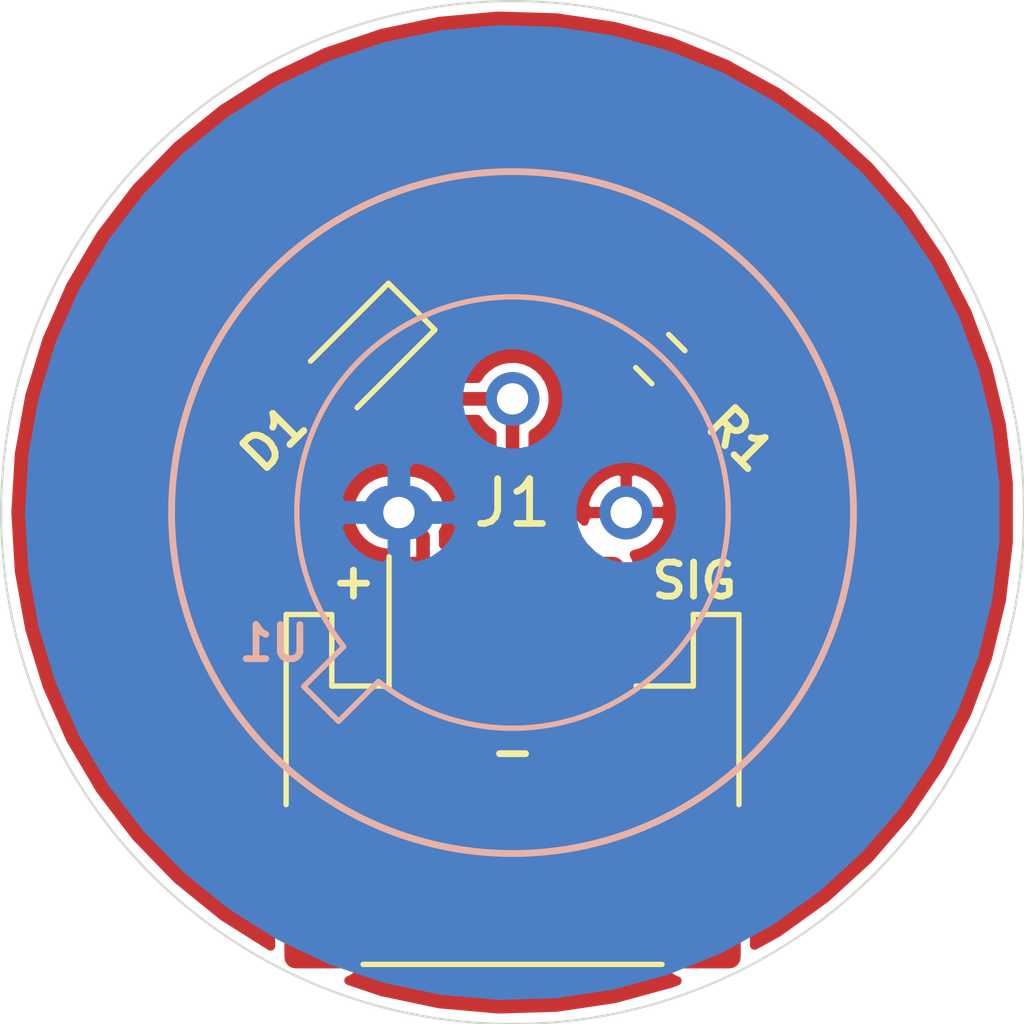
<source format=kicad_pcb>
(kicad_pcb (version 20171130) (host pcbnew "(5.1.9-0-10_14)")

  (general
    (thickness 1.6)
    (drawings 5)
    (tracks 10)
    (zones 0)
    (modules 4)
    (nets 5)
  )

  (page A4)
  (layers
    (0 F.Cu signal)
    (31 B.Cu signal)
    (32 B.Adhes user)
    (33 F.Adhes user)
    (34 B.Paste user)
    (35 F.Paste user)
    (36 B.SilkS user)
    (37 F.SilkS user)
    (38 B.Mask user)
    (39 F.Mask user)
    (40 Dwgs.User user)
    (41 Cmts.User user)
    (42 Eco1.User user)
    (43 Eco2.User user)
    (44 Edge.Cuts user)
    (45 Margin user)
    (46 B.CrtYd user)
    (47 F.CrtYd user)
    (48 B.Fab user)
    (49 F.Fab user)
  )

  (setup
    (last_trace_width 0.3048)
    (user_trace_width 0.2032)
    (user_trace_width 0.254)
    (user_trace_width 0.3048)
    (user_trace_width 0.4064)
    (user_trace_width 0.8128)
    (trace_clearance 0.1524)
    (zone_clearance 0.508)
    (zone_45_only no)
    (trace_min 0.1524)
    (via_size 0.6858)
    (via_drill 0.3302)
    (via_min_size 0.3302)
    (via_min_drill 0.3)
    (user_via 0.6858 0.3302)
    (user_via 0.8128 0.4064)
    (user_via 1.016 0.5588)
    (uvia_size 0.6858)
    (uvia_drill 0.3302)
    (uvias_allowed no)
    (uvia_min_size 0.1524)
    (uvia_min_drill 0.1)
    (edge_width 0.05)
    (segment_width 0.2)
    (pcb_text_width 0.3048)
    (pcb_text_size 1.524 1.524)
    (mod_edge_width 0.12)
    (mod_text_size 0.762 0.762)
    (mod_text_width 0.1524)
    (pad_size 1.524 1.524)
    (pad_drill 0.762)
    (pad_to_mask_clearance 0.0508)
    (aux_axis_origin 0 0)
    (visible_elements FFFFFF7F)
    (pcbplotparams
      (layerselection 0x010fc_ffffffff)
      (usegerberextensions false)
      (usegerberattributes true)
      (usegerberadvancedattributes true)
      (creategerberjobfile true)
      (excludeedgelayer true)
      (linewidth 0.100000)
      (plotframeref false)
      (viasonmask false)
      (mode 1)
      (useauxorigin false)
      (hpglpennumber 1)
      (hpglpenspeed 20)
      (hpglpendiameter 15.000000)
      (psnegative false)
      (psa4output false)
      (plotreference true)
      (plotvalue true)
      (plotinvisibletext false)
      (padsonsilk false)
      (subtractmaskfromsilk false)
      (outputformat 1)
      (mirror false)
      (drillshape 1)
      (scaleselection 1)
      (outputdirectory ""))
  )

  (net 0 "")
  (net 1 "Net-(D1-Pad1)")
  (net 2 /SIG)
  (net 3 GND)
  (net 4 VCC)

  (net_class Default "This is the default net class."
    (clearance 0.1524)
    (trace_width 0.2032)
    (via_dia 0.6858)
    (via_drill 0.3302)
    (uvia_dia 0.6858)
    (uvia_drill 0.3302)
    (diff_pair_width 0.2032)
    (diff_pair_gap 0.254)
    (add_net /SIG)
    (add_net GND)
    (add_net "Net-(D1-Pad1)")
    (add_net VCC)
  )

  (module Connector_JST:JST_PH_S3B-PH-SM4-TB_1x03-1MP_P2.00mm_Horizontal (layer F.Cu) (tedit 5B78AD87) (tstamp 6020F25B)
    (at 137.16 107.188)
    (descr "JST PH series connector, S3B-PH-SM4-TB (http://www.jst-mfg.com/product/pdf/eng/ePH.pdf), generated with kicad-footprint-generator")
    (tags "connector JST PH top entry")
    (path /602195A1)
    (attr smd)
    (fp_text reference J1 (at 0 -5.8) (layer F.SilkS)
      (effects (font (size 1 1) (thickness 0.15)))
    )
    (fp_text value Conn_01x03_Male (at 0 5.8) (layer F.Fab) hide
      (effects (font (size 1 1) (thickness 0.15)))
    )
    (fp_text user %R (at 0 1.5) (layer F.Fab)
      (effects (font (size 1 1) (thickness 0.15)))
    )
    (fp_line (start -4.95 -3.2) (end -4.15 -3.2) (layer F.Fab) (width 0.1))
    (fp_line (start -4.15 -3.2) (end -4.15 -1.6) (layer F.Fab) (width 0.1))
    (fp_line (start -4.15 -1.6) (end 4.15 -1.6) (layer F.Fab) (width 0.1))
    (fp_line (start 4.15 -1.6) (end 4.15 -3.2) (layer F.Fab) (width 0.1))
    (fp_line (start 4.15 -3.2) (end 4.95 -3.2) (layer F.Fab) (width 0.1))
    (fp_line (start -5.06 0.94) (end -5.06 -3.31) (layer F.SilkS) (width 0.12))
    (fp_line (start -5.06 -3.31) (end -4.04 -3.31) (layer F.SilkS) (width 0.12))
    (fp_line (start -4.04 -3.31) (end -4.04 -1.71) (layer F.SilkS) (width 0.12))
    (fp_line (start -4.04 -1.71) (end -2.76 -1.71) (layer F.SilkS) (width 0.12))
    (fp_line (start -2.76 -1.71) (end -2.76 -4.6) (layer F.SilkS) (width 0.12))
    (fp_line (start 5.06 0.94) (end 5.06 -3.31) (layer F.SilkS) (width 0.12))
    (fp_line (start 5.06 -3.31) (end 4.04 -3.31) (layer F.SilkS) (width 0.12))
    (fp_line (start 4.04 -3.31) (end 4.04 -1.71) (layer F.SilkS) (width 0.12))
    (fp_line (start 4.04 -1.71) (end 2.76 -1.71) (layer F.SilkS) (width 0.12))
    (fp_line (start -3.34 4.51) (end 3.34 4.51) (layer F.SilkS) (width 0.12))
    (fp_line (start -4.95 4.4) (end 4.95 4.4) (layer F.Fab) (width 0.1))
    (fp_line (start -4.95 -3.2) (end -4.95 4.4) (layer F.Fab) (width 0.1))
    (fp_line (start 4.95 -3.2) (end 4.95 4.4) (layer F.Fab) (width 0.1))
    (fp_line (start -5.6 -5.1) (end -5.6 5.1) (layer F.CrtYd) (width 0.05))
    (fp_line (start -5.6 5.1) (end 5.6 5.1) (layer F.CrtYd) (width 0.05))
    (fp_line (start 5.6 5.1) (end 5.6 -5.1) (layer F.CrtYd) (width 0.05))
    (fp_line (start 5.6 -5.1) (end -5.6 -5.1) (layer F.CrtYd) (width 0.05))
    (fp_line (start -2.5 -1.6) (end -2 -0.892893) (layer F.Fab) (width 0.1))
    (fp_line (start -2 -0.892893) (end -1.5 -1.6) (layer F.Fab) (width 0.1))
    (pad MP smd roundrect (at 4.35 2.9) (size 1.5 3.4) (layers F.Cu F.Paste F.Mask) (roundrect_rratio 0.166667))
    (pad MP smd roundrect (at -4.35 2.9) (size 1.5 3.4) (layers F.Cu F.Paste F.Mask) (roundrect_rratio 0.166667))
    (pad 3 smd roundrect (at 2 -2.85) (size 1 3.5) (layers F.Cu F.Paste F.Mask) (roundrect_rratio 0.25)
      (net 2 /SIG))
    (pad 2 smd roundrect (at 0 -2.85) (size 1 3.5) (layers F.Cu F.Paste F.Mask) (roundrect_rratio 0.25)
      (net 3 GND))
    (pad 1 smd roundrect (at -2 -2.85) (size 1 3.5) (layers F.Cu F.Paste F.Mask) (roundrect_rratio 0.25)
      (net 4 VCC))
    (model ${KISYS3DMOD}/Connector_JST.3dshapes/JST_PH_S3B-PH-SM4-TB_1x03-1MP_P2.00mm_Horizontal.wrl
      (at (xyz 0 0 0))
      (scale (xyz 1 1 1))
      (rotate (xyz 0 0 0))
    )
  )

  (module Package_TO_SOT_THT:TO-5-3_Window (layer B.Cu) (tedit 5A02FF81) (tstamp 60207B97)
    (at 134.62 101.6)
    (descr "TO-5-3_Window, Window")
    (tags "TO-5-3_Window Window")
    (path /602105D0)
    (fp_text reference U1 (at -2.794 2.921) (layer B.SilkS)
      (effects (font (size 0.762 0.762) (thickness 0.1524)) (justify mirror))
    )
    (fp_text value AM312 (at 2.54 -5.82) (layer B.Fab) hide
      (effects (font (size 1 1) (thickness 0.15)) (justify mirror))
    )
    (fp_arc (start 2.54 0) (end -0.457084 3.774902) (angle -346.9) (layer B.SilkS) (width 0.12))
    (fp_arc (start 2.54 0) (end -0.465408 3.61352) (angle -349.5) (layer B.Fab) (width 0.1))
    (fp_text user %R (at 2.54 5.82) (layer B.Fab) hide
      (effects (font (size 1 1) (thickness 0.15)) (justify mirror))
    )
    (fp_line (start -0.465408 3.61352) (end -1.27151 4.419621) (layer B.Fab) (width 0.1))
    (fp_line (start -1.27151 4.419621) (end -1.879621 3.81151) (layer B.Fab) (width 0.1))
    (fp_line (start -1.879621 3.81151) (end -1.07352 3.005408) (layer B.Fab) (width 0.1))
    (fp_line (start 3.864 2.637) (end 5.177 1.324) (layer B.Fab) (width 0.1))
    (fp_line (start 3.025 2.911) (end 5.451 0.485) (layer B.Fab) (width 0.1))
    (fp_line (start 2.42 2.948) (end 5.488 -0.12) (layer B.Fab) (width 0.1))
    (fp_line (start 1.918 2.884) (end 5.424 -0.622) (layer B.Fab) (width 0.1))
    (fp_line (start 1.482 2.755) (end 5.295 -1.058) (layer B.Fab) (width 0.1))
    (fp_line (start 1.097 2.574) (end 5.114 -1.443) (layer B.Fab) (width 0.1))
    (fp_line (start 0.756 2.35) (end 4.89 -1.784) (layer B.Fab) (width 0.1))
    (fp_line (start 0.454 2.086) (end 4.626 -2.086) (layer B.Fab) (width 0.1))
    (fp_line (start 0.19 1.784) (end 4.324 -2.35) (layer B.Fab) (width 0.1))
    (fp_line (start -0.034 1.443) (end 3.983 -2.574) (layer B.Fab) (width 0.1))
    (fp_line (start -0.215 1.058) (end 3.598 -2.755) (layer B.Fab) (width 0.1))
    (fp_line (start -0.344 0.622) (end 3.162 -2.884) (layer B.Fab) (width 0.1))
    (fp_line (start -0.408 0.12) (end 2.66 -2.948) (layer B.Fab) (width 0.1))
    (fp_line (start -0.371 -0.485) (end 2.055 -2.911) (layer B.Fab) (width 0.1))
    (fp_line (start -0.097 -1.324) (end 1.216 -2.637) (layer B.Fab) (width 0.1))
    (fp_line (start -0.457084 3.774902) (end -1.348039 4.665856) (layer B.SilkS) (width 0.12))
    (fp_line (start -1.348039 4.665856) (end -2.125856 3.888039) (layer B.SilkS) (width 0.12))
    (fp_line (start -2.125856 3.888039) (end -1.234902 2.997084) (layer B.SilkS) (width 0.12))
    (fp_line (start -2.41 4.95) (end -2.41 -4.95) (layer B.CrtYd) (width 0.05))
    (fp_line (start -2.41 -4.95) (end 7.49 -4.95) (layer B.CrtYd) (width 0.05))
    (fp_line (start 7.49 -4.95) (end 7.49 4.95) (layer B.CrtYd) (width 0.05))
    (fp_line (start 7.49 4.95) (end -2.41 4.95) (layer B.CrtYd) (width 0.05))
    (fp_circle (center 2.54 0) (end 6.79 0) (layer B.Fab) (width 0.1))
    (fp_circle (center 2.54 0) (end 5.49 0) (layer B.Fab) (width 0.1))
    (pad 3 thru_hole oval (at 5.08 0) (size 1.2 1.2) (drill 0.7) (layers *.Cu *.Mask)
      (net 3 GND))
    (pad 2 thru_hole oval (at 2.54 -2.54) (size 1.2 1.2) (drill 0.7) (layers *.Cu *.Mask)
      (net 2 /SIG))
    (pad 1 thru_hole oval (at 0 0) (size 1.6 1.2) (drill 0.7) (layers *.Cu *.Mask)
      (net 4 VCC))
    (model ${KISYS3DMOD}/Package_TO_SOT_THT.3dshapes/TO-5-3_Window.wrl
      (at (xyz 0 0 0))
      (scale (xyz 1 1 1))
      (rotate (xyz 0 0 0))
    )
  )

  (module Resistor_SMD:R_0603_1608Metric_Pad0.98x0.95mm_HandSolder (layer F.Cu) (tedit 5F68FEEE) (tstamp 60207AC0)
    (at 140.462 98.171 135)
    (descr "Resistor SMD 0603 (1608 Metric), square (rectangular) end terminal, IPC_7351 nominal with elongated pad for handsoldering. (Body size source: IPC-SM-782 page 72, https://www.pcb-3d.com/wordpress/wp-content/uploads/ipc-sm-782a_amendment_1_and_2.pdf), generated with kicad-footprint-generator")
    (tags "resistor handsolder")
    (path /60212544)
    (attr smd)
    (fp_text reference R1 (at -2.514472 0 135) (layer F.SilkS)
      (effects (font (size 0.762 0.762) (thickness 0.1524)))
    )
    (fp_text value 100 (at 0 1.43 135) (layer F.Fab) hide
      (effects (font (size 1 1) (thickness 0.15)))
    )
    (fp_text user %R (at 0 0 45) (layer F.Fab) hide
      (effects (font (size 0.4 0.4) (thickness 0.06)))
    )
    (fp_line (start -0.8 0.4125) (end -0.8 -0.4125) (layer F.Fab) (width 0.1))
    (fp_line (start -0.8 -0.4125) (end 0.8 -0.4125) (layer F.Fab) (width 0.1))
    (fp_line (start 0.8 -0.4125) (end 0.8 0.4125) (layer F.Fab) (width 0.1))
    (fp_line (start 0.8 0.4125) (end -0.8 0.4125) (layer F.Fab) (width 0.1))
    (fp_line (start -0.254724 -0.5225) (end 0.254724 -0.5225) (layer F.SilkS) (width 0.12))
    (fp_line (start -0.254724 0.5225) (end 0.254724 0.5225) (layer F.SilkS) (width 0.12))
    (fp_line (start -1.65 0.73) (end -1.65 -0.73) (layer F.CrtYd) (width 0.05))
    (fp_line (start -1.65 -0.73) (end 1.65 -0.73) (layer F.CrtYd) (width 0.05))
    (fp_line (start 1.65 -0.73) (end 1.65 0.73) (layer F.CrtYd) (width 0.05))
    (fp_line (start 1.65 0.73) (end -1.65 0.73) (layer F.CrtYd) (width 0.05))
    (pad 2 smd roundrect (at 0.9125 0 135) (size 0.975 0.95) (layers F.Cu F.Paste F.Mask) (roundrect_rratio 0.25)
      (net 1 "Net-(D1-Pad1)"))
    (pad 1 smd roundrect (at -0.9125 0 135) (size 0.975 0.95) (layers F.Cu F.Paste F.Mask) (roundrect_rratio 0.25)
      (net 3 GND))
    (model ${KISYS3DMOD}/Resistor_SMD.3dshapes/R_0603_1608Metric.wrl
      (at (xyz 0 0 0))
      (scale (xyz 1 1 1))
      (rotate (xyz 0 0 0))
    )
  )

  (module LED_SMD:LED_0603_1608Metric_Pad1.05x0.95mm_HandSolder (layer F.Cu) (tedit 5F68FEF1) (tstamp 6020E7E8)
    (at 133.731 98.171 225)
    (descr "LED SMD 0603 (1608 Metric), square (rectangular) end terminal, IPC_7351 nominal, (Body size source: http://www.tortai-tech.com/upload/download/2011102023233369053.pdf), generated with kicad-footprint-generator")
    (tags "LED handsolder")
    (path /60211934)
    (attr smd)
    (fp_text reference D1 (at 2.604274 0.089803 45) (layer F.SilkS)
      (effects (font (size 0.762 0.762) (thickness 0.1524)))
    )
    (fp_text value LED (at 0.635 2.921 45) (layer F.Fab) hide
      (effects (font (size 1 1) (thickness 0.15)))
    )
    (fp_text user %R (at 0 0 45) (layer F.Fab) hide
      (effects (font (size 0.4 0.4) (thickness 0.06)))
    )
    (fp_line (start 0.8 -0.4) (end -0.5 -0.4) (layer F.Fab) (width 0.1))
    (fp_line (start -0.5 -0.4) (end -0.8 -0.1) (layer F.Fab) (width 0.1))
    (fp_line (start -0.8 -0.1) (end -0.8 0.4) (layer F.Fab) (width 0.1))
    (fp_line (start -0.8 0.4) (end 0.8 0.4) (layer F.Fab) (width 0.1))
    (fp_line (start 0.8 0.4) (end 0.8 -0.4) (layer F.Fab) (width 0.1))
    (fp_line (start 0.8 -0.735) (end -1.66 -0.735) (layer F.SilkS) (width 0.12))
    (fp_line (start -1.66 -0.735) (end -1.66 0.735) (layer F.SilkS) (width 0.12))
    (fp_line (start -1.66 0.735) (end 0.8 0.735) (layer F.SilkS) (width 0.12))
    (fp_line (start -1.65 0.73) (end -1.65 -0.73) (layer F.CrtYd) (width 0.05))
    (fp_line (start -1.65 -0.73) (end 1.65 -0.73) (layer F.CrtYd) (width 0.05))
    (fp_line (start 1.65 -0.73) (end 1.65 0.73) (layer F.CrtYd) (width 0.05))
    (fp_line (start 1.65 0.73) (end -1.65 0.73) (layer F.CrtYd) (width 0.05))
    (pad 2 smd roundrect (at 0.875 0 225) (size 1.05 0.95) (layers F.Cu F.Paste F.Mask) (roundrect_rratio 0.25)
      (net 2 /SIG))
    (pad 1 smd roundrect (at -0.875 0 225) (size 1.05 0.95) (layers F.Cu F.Paste F.Mask) (roundrect_rratio 0.25)
      (net 1 "Net-(D1-Pad1)"))
    (model ${KISYS3DMOD}/LED_SMD.3dshapes/LED_0603_1608Metric.wrl
      (at (xyz 0 0 0))
      (scale (xyz 1 1 1))
      (rotate (xyz 0 0 0))
    )
  )

  (gr_text SIG (at 141.224 103.124) (layer F.SilkS) (tstamp 6020E874)
    (effects (font (size 0.762 0.762) (thickness 0.1524)))
  )
  (gr_text - (at 137.16 106.934) (layer F.SilkS)
    (effects (font (size 0.762 0.762) (thickness 0.1524)))
  )
  (gr_text + (at 133.604 103.124) (layer F.SilkS)
    (effects (font (size 0.762 0.762) (thickness 0.1524)))
  )
  (gr_circle (center 137.16 101.6) (end 148.59 101.6) (layer Edge.Cuts) (width 0.05))
  (gr_circle (center 137.16 101.6) (end 144.78 101.6) (layer B.SilkS) (width 0.1524))

  (segment (start 134.376235 97.525765) (end 134.349718 97.552282) (width 0.3048) (layer F.Cu) (net 1))
  (segment (start 139.816765 97.525765) (end 134.376235 97.525765) (width 0.3048) (layer F.Cu) (net 1))
  (segment (start 133.382564 99.06) (end 133.112282 98.789718) (width 0.3048) (layer F.Cu) (net 2))
  (segment (start 137.16 99.06) (end 133.382564 99.06) (width 0.3048) (layer F.Cu) (net 2))
  (segment (start 137.16 99.06) (end 137.16 100.838) (width 0.3048) (layer F.Cu) (net 2))
  (segment (start 139.16 102.838) (end 139.16 104.338) (width 0.3048) (layer F.Cu) (net 2))
  (segment (start 137.16 100.838) (end 139.16 102.838) (width 0.3048) (layer F.Cu) (net 2))
  (segment (start 139.747 101.647) (end 139.7 101.6) (width 0.3048) (layer F.Cu) (net 3))
  (segment (start 135.16 102.14) (end 134.62 101.6) (width 0.3048) (layer F.Cu) (net 4))
  (segment (start 135.16 104.338) (end 135.16 102.14) (width 0.3048) (layer F.Cu) (net 4))

  (zone (net 3) (net_name GND) (layer F.Cu) (tstamp 0) (hatch edge 0.508)
    (connect_pads (clearance 0.2032))
    (min_thickness 0.2032)
    (fill yes (arc_segments 32) (thermal_gap 0.254) (thermal_bridge_width 0.254))
    (polygon
      (pts
        (xy 148.59 113.03) (xy 125.73 113.03) (xy 125.73 90.17) (xy 148.59 90.17)
      )
    )
    (filled_polygon
      (pts
        (xy 138.145652 90.543648) (xy 139.446404 90.737827) (xy 140.715059 91.084488) (xy 141.93381 91.578764) (xy 143.085546 92.213715)
        (xy 144.154101 92.98043) (xy 145.124474 93.868144) (xy 145.983043 94.864397) (xy 146.717756 95.955203) (xy 147.318299 97.125249)
        (xy 147.776242 98.358111) (xy 148.085156 99.636483) (xy 148.240705 100.942417) (xy 148.240705 102.257583) (xy 148.085156 103.563517)
        (xy 147.776242 104.841889) (xy 147.318299 106.074751) (xy 146.717756 107.244797) (xy 145.983043 108.335603) (xy 145.124474 109.331856)
        (xy 144.154101 110.21957) (xy 143.085546 110.986285) (xy 142.566274 111.272559) (xy 142.566274 108.638) (xy 142.555585 108.529476)
        (xy 142.52393 108.425123) (xy 142.472525 108.328951) (xy 142.403345 108.244655) (xy 142.319049 108.175475) (xy 142.222877 108.12407)
        (xy 142.118524 108.092415) (xy 142.01 108.081726) (xy 141.01 108.081726) (xy 140.901476 108.092415) (xy 140.797123 108.12407)
        (xy 140.700951 108.175475) (xy 140.616655 108.244655) (xy 140.547475 108.328951) (xy 140.49607 108.425123) (xy 140.464415 108.529476)
        (xy 140.453726 108.638) (xy 140.453726 111.538) (xy 140.464415 111.646524) (xy 140.49607 111.750877) (xy 140.547475 111.847049)
        (xy 140.616655 111.931345) (xy 140.700951 112.000525) (xy 140.797123 112.05193) (xy 140.839865 112.064896) (xy 140.715059 112.115512)
        (xy 139.446404 112.462173) (xy 138.145652 112.656352) (xy 136.831064 112.695325) (xy 135.521094 112.578544) (xy 134.23413 112.307648)
        (xy 133.499087 112.059146) (xy 133.522877 112.05193) (xy 133.619049 112.000525) (xy 133.703345 111.931345) (xy 133.772525 111.847049)
        (xy 133.82393 111.750877) (xy 133.855585 111.646524) (xy 133.866274 111.538) (xy 133.866274 108.638) (xy 133.855585 108.529476)
        (xy 133.82393 108.425123) (xy 133.772525 108.328951) (xy 133.703345 108.244655) (xy 133.619049 108.175475) (xy 133.522877 108.12407)
        (xy 133.418524 108.092415) (xy 133.31 108.081726) (xy 132.31 108.081726) (xy 132.201476 108.092415) (xy 132.097123 108.12407)
        (xy 132.000951 108.175475) (xy 131.916655 108.244655) (xy 131.847475 108.328951) (xy 131.79607 108.425123) (xy 131.764415 108.529476)
        (xy 131.753726 108.638) (xy 131.753726 111.291046) (xy 130.688811 110.618767) (xy 129.667554 109.790097) (xy 128.751474 108.846456)
        (xy 127.953431 107.801091) (xy 127.284628 106.668676) (xy 126.754454 105.465108) (xy 126.370351 104.207282) (xy 126.137711 102.912856)
        (xy 126.0598 101.6) (xy 133.510823 101.6) (xy 133.528293 101.777372) (xy 133.58003 101.947927) (xy 133.664047 102.105112)
        (xy 133.777115 102.242885) (xy 133.914888 102.355953) (xy 134.072073 102.43997) (xy 134.242628 102.491707) (xy 134.375561 102.5048)
        (xy 134.467295 102.5048) (xy 134.447475 102.528951) (xy 134.39607 102.625123) (xy 134.364415 102.729476) (xy 134.353726 102.838)
        (xy 134.353726 105.838) (xy 134.364415 105.946524) (xy 134.39607 106.050877) (xy 134.447475 106.147049) (xy 134.516655 106.231345)
        (xy 134.600951 106.300525) (xy 134.697123 106.35193) (xy 134.801476 106.383585) (xy 134.91 106.394274) (xy 135.41 106.394274)
        (xy 135.518524 106.383585) (xy 135.622877 106.35193) (xy 135.719049 106.300525) (xy 135.803345 106.231345) (xy 135.872525 106.147049)
        (xy 135.904087 106.088) (xy 136.302679 106.088) (xy 136.309545 106.15771) (xy 136.329878 106.224741) (xy 136.362898 106.286517)
        (xy 136.407336 106.340664) (xy 136.461483 106.385102) (xy 136.523259 106.418122) (xy 136.59029 106.438455) (xy 136.66 106.445321)
        (xy 137.0457 106.4436) (xy 137.1346 106.3547) (xy 137.1346 104.3634) (xy 137.1854 104.3634) (xy 137.1854 106.3547)
        (xy 137.2743 106.4436) (xy 137.66 106.445321) (xy 137.72971 106.438455) (xy 137.796741 106.418122) (xy 137.858517 106.385102)
        (xy 137.912664 106.340664) (xy 137.957102 106.286517) (xy 137.990122 106.224741) (xy 138.010455 106.15771) (xy 138.017321 106.088)
        (xy 138.0156 104.4523) (xy 137.9267 104.3634) (xy 137.1854 104.3634) (xy 137.1346 104.3634) (xy 136.3933 104.3634)
        (xy 136.3044 104.4523) (xy 136.302679 106.088) (xy 135.904087 106.088) (xy 135.92393 106.050877) (xy 135.955585 105.946524)
        (xy 135.966274 105.838) (xy 135.966274 102.838) (xy 135.955585 102.729476) (xy 135.92393 102.625123) (xy 135.904088 102.588)
        (xy 136.302679 102.588) (xy 136.3044 104.2237) (xy 136.3933 104.3126) (xy 137.1346 104.3126) (xy 137.1346 102.3213)
        (xy 137.1854 102.3213) (xy 137.1854 104.3126) (xy 137.9267 104.3126) (xy 138.0156 104.2237) (xy 138.017321 102.588)
        (xy 138.010455 102.51829) (xy 137.990122 102.451259) (xy 137.957102 102.389483) (xy 137.912664 102.335336) (xy 137.858517 102.290898)
        (xy 137.796741 102.257878) (xy 137.72971 102.237545) (xy 137.66 102.230679) (xy 137.2743 102.2324) (xy 137.1854 102.3213)
        (xy 137.1346 102.3213) (xy 137.0457 102.2324) (xy 136.66 102.230679) (xy 136.59029 102.237545) (xy 136.523259 102.257878)
        (xy 136.461483 102.290898) (xy 136.407336 102.335336) (xy 136.362898 102.389483) (xy 136.329878 102.451259) (xy 136.309545 102.51829)
        (xy 136.302679 102.588) (xy 135.904088 102.588) (xy 135.872525 102.528951) (xy 135.803345 102.444655) (xy 135.719049 102.375475)
        (xy 135.622877 102.32407) (xy 135.6172 102.322348) (xy 135.6172 102.162449) (xy 135.619411 102.139999) (xy 135.6172 102.117549)
        (xy 135.6172 102.11754) (xy 135.610585 102.050373) (xy 135.608639 102.04396) (xy 135.65997 101.947927) (xy 135.711707 101.777372)
        (xy 135.729177 101.6) (xy 135.711707 101.422628) (xy 135.65997 101.252073) (xy 135.575953 101.094888) (xy 135.462885 100.957115)
        (xy 135.325112 100.844047) (xy 135.167927 100.76003) (xy 134.997372 100.708293) (xy 134.864439 100.6952) (xy 134.375561 100.6952)
        (xy 134.242628 100.708293) (xy 134.072073 100.76003) (xy 133.914888 100.844047) (xy 133.777115 100.957115) (xy 133.664047 101.094888)
        (xy 133.58003 101.252073) (xy 133.528293 101.422628) (xy 133.510823 101.6) (xy 126.0598 101.6) (xy 126.137711 100.287144)
        (xy 126.370351 98.992718) (xy 126.421544 98.825073) (xy 132.197277 98.825073) (xy 132.207725 98.931158) (xy 132.238669 99.033166)
        (xy 132.288919 99.127178) (xy 132.356545 99.209579) (xy 132.692421 99.545455) (xy 132.774822 99.613081) (xy 132.868834 99.663331)
        (xy 132.970842 99.694275) (xy 133.076927 99.704723) (xy 133.183012 99.694275) (xy 133.28502 99.663331) (xy 133.379032 99.613081)
        (xy 133.461433 99.545455) (xy 133.489688 99.5172) (xy 136.377298 99.5172) (xy 136.457196 99.636776) (xy 136.583224 99.762804)
        (xy 136.7028 99.842703) (xy 136.702801 100.81554) (xy 136.700589 100.838) (xy 136.702801 100.86046) (xy 136.709416 100.927627)
        (xy 136.73556 101.013809) (xy 136.778014 101.093236) (xy 136.835148 101.162853) (xy 136.852593 101.17717) (xy 138.373837 102.698415)
        (xy 138.364415 102.729476) (xy 138.353726 102.838) (xy 138.353726 105.838) (xy 138.364415 105.946524) (xy 138.39607 106.050877)
        (xy 138.447475 106.147049) (xy 138.516655 106.231345) (xy 138.600951 106.300525) (xy 138.697123 106.35193) (xy 138.801476 106.383585)
        (xy 138.91 106.394274) (xy 139.41 106.394274) (xy 139.518524 106.383585) (xy 139.622877 106.35193) (xy 139.719049 106.300525)
        (xy 139.803345 106.231345) (xy 139.872525 106.147049) (xy 139.92393 106.050877) (xy 139.955585 105.946524) (xy 139.966274 105.838)
        (xy 139.966274 102.838) (xy 139.955585 102.729476) (xy 139.92393 102.625123) (xy 139.87769 102.538613) (xy 140.054463 102.487429)
        (xy 140.220781 102.401225) (xy 140.367086 102.28423) (xy 140.487755 102.140941) (xy 140.578151 101.976864) (xy 140.6348 101.798304)
        (xy 140.639528 101.774523) (xy 140.566328 101.6254) (xy 139.7254 101.6254) (xy 139.7254 101.6454) (xy 139.6746 101.6454)
        (xy 139.6746 101.6254) (xy 138.833672 101.6254) (xy 138.760472 101.774523) (xy 138.764783 101.796205) (xy 138.394055 101.425477)
        (xy 138.760472 101.425477) (xy 138.833672 101.5746) (xy 139.6746 101.5746) (xy 139.6746 100.733636) (xy 139.7254 100.733636)
        (xy 139.7254 101.5746) (xy 140.566328 101.5746) (xy 140.639528 101.425477) (xy 140.6348 101.401696) (xy 140.578151 101.223136)
        (xy 140.487755 101.059059) (xy 140.367086 100.91577) (xy 140.220781 100.798775) (xy 140.054463 100.712571) (xy 139.874523 100.66047)
        (xy 139.7254 100.733636) (xy 139.6746 100.733636) (xy 139.525477 100.66047) (xy 139.345537 100.712571) (xy 139.179219 100.798775)
        (xy 139.032914 100.91577) (xy 138.912245 101.059059) (xy 138.821849 101.223136) (xy 138.7652 101.401696) (xy 138.760472 101.425477)
        (xy 138.394055 101.425477) (xy 137.6172 100.648623) (xy 137.6172 99.842702) (xy 137.736776 99.762804) (xy 137.862804 99.636776)
        (xy 137.961823 99.488584) (xy 138.01564 99.358657) (xy 140.600734 99.358657) (xy 140.600734 99.48438) (xy 140.86341 99.749489)
        (xy 140.917557 99.793927) (xy 140.979333 99.826947) (xy 141.046364 99.847281) (xy 141.116074 99.854146) (xy 141.185784 99.847281)
        (xy 141.252815 99.826947) (xy 141.314591 99.793927) (xy 141.368738 99.749489) (xy 141.622574 99.493219) (xy 141.622574 99.367495)
        (xy 141.107235 98.852156) (xy 140.600734 99.358657) (xy 138.01564 99.358657) (xy 138.030029 99.32392) (xy 138.0648 99.149115)
        (xy 138.0648 98.970885) (xy 138.03228 98.807396) (xy 140.069324 98.807396) (xy 140.076189 98.877106) (xy 140.096523 98.944137)
        (xy 140.129543 99.005913) (xy 140.173981 99.06006) (xy 140.43909 99.322736) (xy 140.564813 99.322736) (xy 141.071314 98.816235)
        (xy 141.143156 98.816235) (xy 141.658495 99.331574) (xy 141.784219 99.331574) (xy 142.040489 99.077738) (xy 142.084927 99.023591)
        (xy 142.117947 98.961815) (xy 142.138281 98.894784) (xy 142.145146 98.825074) (xy 142.138281 98.755364) (xy 142.117947 98.688333)
        (xy 142.084927 98.626557) (xy 142.040489 98.57241) (xy 141.77538 98.309734) (xy 141.649657 98.309734) (xy 141.143156 98.816235)
        (xy 141.071314 98.816235) (xy 140.555975 98.300896) (xy 140.430251 98.300896) (xy 140.173981 98.554732) (xy 140.129543 98.608879)
        (xy 140.096523 98.670655) (xy 140.076189 98.737686) (xy 140.069324 98.807396) (xy 138.03228 98.807396) (xy 138.030029 98.79608)
        (xy 137.961823 98.631416) (xy 137.862804 98.483224) (xy 137.736776 98.357196) (xy 137.588584 98.258177) (xy 137.42392 98.189971)
        (xy 137.249115 98.1552) (xy 137.070885 98.1552) (xy 136.89608 98.189971) (xy 136.731416 98.258177) (xy 136.583224 98.357196)
        (xy 136.457196 98.483224) (xy 136.377298 98.6028) (xy 134.003043 98.6028) (xy 133.985895 98.54627) (xy 133.935645 98.452258)
        (xy 133.868019 98.369857) (xy 133.532143 98.033981) (xy 133.449742 97.966355) (xy 133.35573 97.916105) (xy 133.253722 97.885161)
        (xy 133.147637 97.874713) (xy 133.041552 97.885161) (xy 132.939544 97.916105) (xy 132.845532 97.966355) (xy 132.763131 98.033981)
        (xy 132.356545 98.440567) (xy 132.288919 98.522968) (xy 132.238669 98.61698) (xy 132.207725 98.718988) (xy 132.197277 98.825073)
        (xy 126.421544 98.825073) (xy 126.754454 97.734892) (xy 126.81932 97.587637) (xy 133.434713 97.587637) (xy 133.445161 97.693722)
        (xy 133.476105 97.79573) (xy 133.526355 97.889742) (xy 133.593981 97.972143) (xy 133.929857 98.308019) (xy 134.012258 98.375645)
        (xy 134.10627 98.425895) (xy 134.208278 98.456839) (xy 134.314363 98.467287) (xy 134.420448 98.456839) (xy 134.522456 98.425895)
        (xy 134.616468 98.375645) (xy 134.698869 98.308019) (xy 135.023923 97.982965) (xy 139.169077 97.982965) (xy 139.441098 98.254986)
        (xy 139.523499 98.322612) (xy 139.617511 98.372862) (xy 139.719519 98.403806) (xy 139.825604 98.414254) (xy 139.931689 98.403806)
        (xy 140.033697 98.372862) (xy 140.127709 98.322612) (xy 140.21011 98.254986) (xy 140.325845 98.139251) (xy 140.591896 98.139251)
        (xy 140.591896 98.264975) (xy 141.107235 98.780314) (xy 141.613736 98.273813) (xy 141.613736 98.14809) (xy 141.35106 97.882981)
        (xy 141.296913 97.838543) (xy 141.235137 97.805523) (xy 141.168106 97.785189) (xy 141.098396 97.778324) (xy 141.028686 97.785189)
        (xy 140.961655 97.805523) (xy 140.899879 97.838543) (xy 140.845732 97.882981) (xy 140.591896 98.139251) (xy 140.325845 98.139251)
        (xy 140.545986 97.91911) (xy 140.613612 97.836709) (xy 140.663862 97.742697) (xy 140.694806 97.640689) (xy 140.705254 97.534604)
        (xy 140.694806 97.428519) (xy 140.663862 97.326511) (xy 140.613612 97.232499) (xy 140.545986 97.150098) (xy 140.192432 96.796544)
        (xy 140.110031 96.728918) (xy 140.016019 96.678668) (xy 139.914011 96.647724) (xy 139.807926 96.637276) (xy 139.701841 96.647724)
        (xy 139.599833 96.678668) (xy 139.505821 96.728918) (xy 139.42342 96.796544) (xy 139.151399 97.068565) (xy 135.041599 97.068565)
        (xy 134.769579 96.796545) (xy 134.687178 96.728919) (xy 134.593166 96.678669) (xy 134.491158 96.647725) (xy 134.385073 96.637277)
        (xy 134.278988 96.647725) (xy 134.17698 96.678669) (xy 134.082968 96.728919) (xy 134.000567 96.796545) (xy 133.593981 97.203131)
        (xy 133.526355 97.285532) (xy 133.476105 97.379544) (xy 133.445161 97.481552) (xy 133.434713 97.587637) (xy 126.81932 97.587637)
        (xy 127.284628 96.531324) (xy 127.953431 95.398909) (xy 128.751474 94.353544) (xy 129.667554 93.409903) (xy 130.688811 92.581233)
        (xy 131.80091 91.879167) (xy 132.988239 91.31356) (xy 134.23413 90.892352) (xy 135.521094 90.621456) (xy 136.831064 90.504675)
      )
    )
  )
  (zone (net 4) (net_name VCC) (layer B.Cu) (tstamp 0) (hatch edge 0.508)
    (connect_pads (clearance 0.508))
    (min_thickness 0.254)
    (fill yes (arc_segments 32) (thermal_gap 0.508) (thermal_bridge_width 0.508))
    (polygon
      (pts
        (xy 148.59 113.03) (xy 125.73 113.03) (xy 125.73 90.17) (xy 148.59 90.17)
      )
    )
    (filled_polygon
      (pts
        (xy 138.116332 90.872543) (xy 139.37839 91.060947) (xy 140.609306 91.397295) (xy 141.791802 91.876867) (xy 142.909278 92.492931)
        (xy 143.946046 93.236838) (xy 144.887553 94.098145) (xy 145.720582 95.064762) (xy 146.43344 96.12312) (xy 147.016118 97.258361)
        (xy 147.460439 98.454549) (xy 147.760163 99.694892) (xy 147.911085 100.961978) (xy 147.911085 102.238022) (xy 147.760163 103.505108)
        (xy 147.460439 104.745451) (xy 147.016118 105.941639) (xy 146.43344 107.07688) (xy 145.720582 108.135238) (xy 144.887553 109.101855)
        (xy 143.946046 109.963162) (xy 142.909278 110.707069) (xy 141.791802 111.323133) (xy 140.609306 111.802705) (xy 139.37839 112.139053)
        (xy 138.116332 112.327457) (xy 136.840849 112.36527) (xy 135.569847 112.251963) (xy 134.321166 111.989125) (xy 133.112337 111.580447)
        (xy 131.960328 111.031665) (xy 130.881311 110.350484) (xy 129.890433 109.546464) (xy 129.001604 108.630894) (xy 128.227301 107.616626)
        (xy 127.578393 106.517897) (xy 127.06399 105.350132) (xy 126.691313 104.129723) (xy 126.465594 102.873802) (xy 126.408849 101.917609)
        (xy 133.226538 101.917609) (xy 133.232523 101.960162) (xy 133.325604 102.184907) (xy 133.460742 102.387174) (xy 133.632744 102.559191)
        (xy 133.835 102.694346) (xy 134.059737 102.787446) (xy 134.298319 102.834913) (xy 134.493 102.679994) (xy 134.493 101.727)
        (xy 134.747 101.727) (xy 134.747 102.679994) (xy 134.941681 102.834913) (xy 135.180263 102.787446) (xy 135.405 102.694346)
        (xy 135.607256 102.559191) (xy 135.779258 102.387174) (xy 135.914396 102.184907) (xy 136.007477 101.960162) (xy 136.013462 101.917609)
        (xy 135.888731 101.727) (xy 134.747 101.727) (xy 134.493 101.727) (xy 133.351269 101.727) (xy 133.226538 101.917609)
        (xy 126.408849 101.917609) (xy 126.39 101.6) (xy 126.397218 101.478363) (xy 138.465 101.478363) (xy 138.465 101.721637)
        (xy 138.51246 101.960236) (xy 138.605557 102.184992) (xy 138.740713 102.387267) (xy 138.912733 102.559287) (xy 139.115008 102.694443)
        (xy 139.339764 102.78754) (xy 139.578363 102.835) (xy 139.821637 102.835) (xy 140.060236 102.78754) (xy 140.284992 102.694443)
        (xy 140.487267 102.559287) (xy 140.659287 102.387267) (xy 140.794443 102.184992) (xy 140.88754 101.960236) (xy 140.935 101.721637)
        (xy 140.935 101.478363) (xy 140.88754 101.239764) (xy 140.794443 101.015008) (xy 140.659287 100.812733) (xy 140.487267 100.640713)
        (xy 140.284992 100.505557) (xy 140.060236 100.41246) (xy 139.821637 100.365) (xy 139.578363 100.365) (xy 139.339764 100.41246)
        (xy 139.115008 100.505557) (xy 138.912733 100.640713) (xy 138.740713 100.812733) (xy 138.605557 101.015008) (xy 138.51246 101.239764)
        (xy 138.465 101.478363) (xy 126.397218 101.478363) (xy 126.408848 101.282391) (xy 133.226538 101.282391) (xy 133.351269 101.473)
        (xy 134.493 101.473) (xy 134.493 100.520006) (xy 134.747 100.520006) (xy 134.747 101.473) (xy 135.888731 101.473)
        (xy 136.013462 101.282391) (xy 136.007477 101.239838) (xy 135.914396 101.015093) (xy 135.779258 100.812826) (xy 135.607256 100.640809)
        (xy 135.405 100.505654) (xy 135.180263 100.412554) (xy 134.941681 100.365087) (xy 134.747 100.520006) (xy 134.493 100.520006)
        (xy 134.298319 100.365087) (xy 134.059737 100.412554) (xy 133.835 100.505654) (xy 133.632744 100.640809) (xy 133.460742 100.812826)
        (xy 133.325604 101.015093) (xy 133.232523 101.239838) (xy 133.226538 101.282391) (xy 126.408848 101.282391) (xy 126.465594 100.326198)
        (xy 126.691313 99.070277) (xy 126.731595 98.938363) (xy 135.925 98.938363) (xy 135.925 99.181637) (xy 135.97246 99.420236)
        (xy 136.065557 99.644992) (xy 136.200713 99.847267) (xy 136.372733 100.019287) (xy 136.575008 100.154443) (xy 136.799764 100.24754)
        (xy 137.038363 100.295) (xy 137.281637 100.295) (xy 137.520236 100.24754) (xy 137.744992 100.154443) (xy 137.947267 100.019287)
        (xy 138.119287 99.847267) (xy 138.254443 99.644992) (xy 138.34754 99.420236) (xy 138.395 99.181637) (xy 138.395 98.938363)
        (xy 138.34754 98.699764) (xy 138.254443 98.475008) (xy 138.119287 98.272733) (xy 137.947267 98.100713) (xy 137.744992 97.965557)
        (xy 137.520236 97.87246) (xy 137.281637 97.825) (xy 137.038363 97.825) (xy 136.799764 97.87246) (xy 136.575008 97.965557)
        (xy 136.372733 98.100713) (xy 136.200713 98.272733) (xy 136.065557 98.475008) (xy 135.97246 98.699764) (xy 135.925 98.938363)
        (xy 126.731595 98.938363) (xy 127.06399 97.849868) (xy 127.578393 96.682103) (xy 128.227301 95.583374) (xy 129.001604 94.569106)
        (xy 129.890433 93.653536) (xy 130.881311 92.849516) (xy 131.960328 92.168335) (xy 133.112337 91.619553) (xy 134.321166 91.210875)
        (xy 135.569847 90.948037) (xy 136.840849 90.83473)
      )
    )
  )
)

</source>
